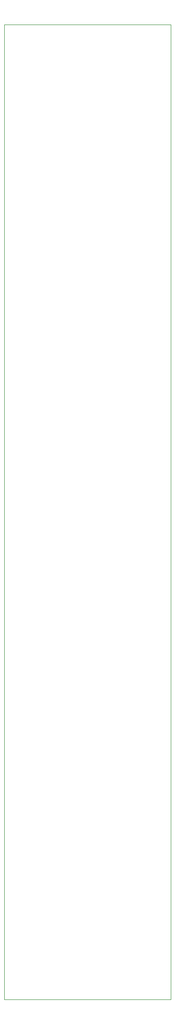
<source format=gbr>
G04 #@! TF.GenerationSoftware,KiCad,Pcbnew,(5.1.5)-3*
G04 #@! TF.CreationDate,2020-05-19T17:08:50-07:00*
G04 #@! TF.ProjectId,SM2REV1,534d3252-4556-4312-9e6b-696361645f70,rev?*
G04 #@! TF.SameCoordinates,Original*
G04 #@! TF.FileFunction,Profile,NP*
%FSLAX46Y46*%
G04 Gerber Fmt 4.6, Leading zero omitted, Abs format (unit mm)*
G04 Created by KiCad (PCBNEW (5.1.5)-3) date 2020-05-19 17:08:50*
%MOMM*%
%LPD*%
G04 APERTURE LIST*
%ADD10C,0.050000*%
G04 APERTURE END LIST*
D10*
X118872000Y-192786000D02*
X148822000Y-192786000D01*
X148822000Y-18034000D02*
X148822000Y-192786000D01*
X118872000Y-18034000D02*
X118872000Y-192786000D01*
X118872000Y-18034000D02*
X148822000Y-18034000D01*
M02*

</source>
